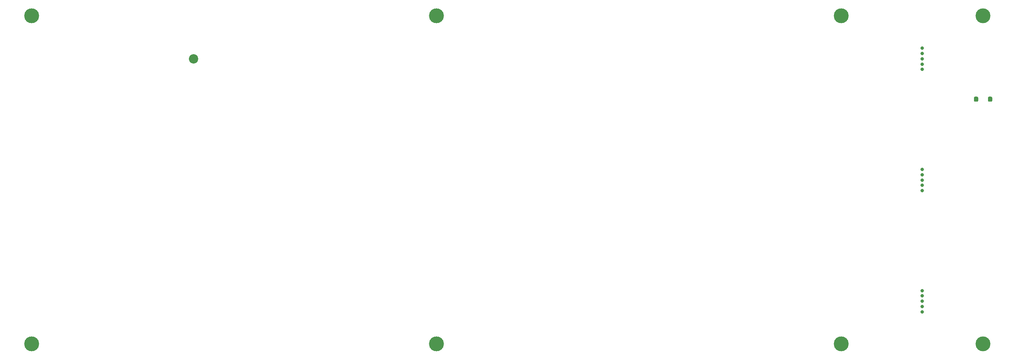
<source format=gbr>
G04 #@! TF.GenerationSoftware,KiCad,Pcbnew,(5.1.10-1-10_14)*
G04 #@! TF.CreationDate,2021-08-22T11:17:11-05:00*
G04 #@! TF.ProjectId,ori_bottom_plate,6f72695f-626f-4747-946f-6d5f706c6174,rev?*
G04 #@! TF.SameCoordinates,Original*
G04 #@! TF.FileFunction,Soldermask,Top*
G04 #@! TF.FilePolarity,Negative*
%FSLAX46Y46*%
G04 Gerber Fmt 4.6, Leading zero omitted, Abs format (unit mm)*
G04 Created by KiCad (PCBNEW (5.1.10-1-10_14)) date 2021-08-22 11:17:11*
%MOMM*%
%LPD*%
G01*
G04 APERTURE LIST*
%ADD10C,2.200000*%
%ADD11C,3.500000*%
%ADD12C,0.800000*%
G04 APERTURE END LIST*
D10*
X203623474Y-49993944D03*
D11*
X356023442Y-117264265D03*
X356023442Y-39873575D03*
X260773394Y-117264265D03*
X260773394Y-39873575D03*
X165523314Y-117264265D03*
X165523314Y-39873575D03*
G36*
G01*
X388211370Y-59168840D02*
X388211370Y-59868840D01*
G75*
G02*
X387961370Y-60118840I-250000J0D01*
G01*
X387461370Y-60118840D01*
G75*
G02*
X387211370Y-59868840I0J250000D01*
G01*
X387211370Y-59168840D01*
G75*
G02*
X387461370Y-58918840I250000J0D01*
G01*
X387961370Y-58918840D01*
G75*
G02*
X388211370Y-59168840I0J-250000D01*
G01*
G37*
G36*
G01*
X391511370Y-59168840D02*
X391511370Y-59868840D01*
G75*
G02*
X391261370Y-60118840I-250000J0D01*
G01*
X390761370Y-60118840D01*
G75*
G02*
X390511370Y-59868840I0J250000D01*
G01*
X390511370Y-59168840D01*
G75*
G02*
X390761370Y-58918840I250000J0D01*
G01*
X391261370Y-58918840D01*
G75*
G02*
X391511370Y-59168840I0J-250000D01*
G01*
G37*
X389360818Y-39873640D03*
D12*
X375048450Y-52493800D03*
X375048450Y-51243800D03*
X375048450Y-47493800D03*
X375048450Y-48743800D03*
X375048450Y-49993800D03*
X375048450Y-109656700D03*
X375048450Y-108406700D03*
X375048450Y-104656700D03*
X375048450Y-105906700D03*
X375048450Y-107156700D03*
X375048450Y-81081580D03*
X375048450Y-79831580D03*
X375048450Y-76081580D03*
X375048450Y-77331580D03*
X375048450Y-78581580D03*
D11*
X389360818Y-117264200D03*
M02*

</source>
